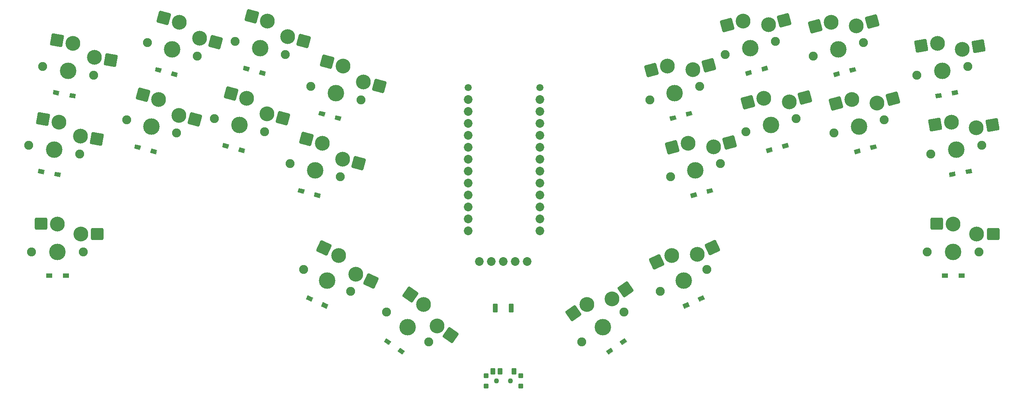
<source format=gbs>
G04 #@! TF.GenerationSoftware,KiCad,Pcbnew,7.0.1*
G04 #@! TF.CreationDate,2023-05-13T12:57:32+02:00*
G04 #@! TF.ProjectId,tutorial,7475746f-7269-4616-9c2e-6b696361645f,v1.0.0*
G04 #@! TF.SameCoordinates,Original*
G04 #@! TF.FileFunction,Soldermask,Bot*
G04 #@! TF.FilePolarity,Negative*
%FSLAX46Y46*%
G04 Gerber Fmt 4.6, Leading zero omitted, Abs format (unit mm)*
G04 Created by KiCad (PCBNEW 7.0.1) date 2023-05-13 12:57:32*
%MOMM*%
%LPD*%
G01*
G04 APERTURE LIST*
G04 Aperture macros list*
%AMRoundRect*
0 Rectangle with rounded corners*
0 $1 Rounding radius*
0 $2 $3 $4 $5 $6 $7 $8 $9 X,Y pos of 4 corners*
0 Add a 4 corners polygon primitive as box body*
4,1,4,$2,$3,$4,$5,$6,$7,$8,$9,$2,$3,0*
0 Add four circle primitives for the rounded corners*
1,1,$1+$1,$2,$3*
1,1,$1+$1,$4,$5*
1,1,$1+$1,$6,$7*
1,1,$1+$1,$8,$9*
0 Add four rect primitives between the rounded corners*
20,1,$1+$1,$2,$3,$4,$5,0*
20,1,$1+$1,$4,$5,$6,$7,0*
20,1,$1+$1,$6,$7,$8,$9,0*
20,1,$1+$1,$8,$9,$2,$3,0*%
G04 Aperture macros list end*
%ADD10C,0.100000*%
%ADD11C,1.900000*%
%ADD12C,3.150000*%
%ADD13C,3.500000*%
%ADD14RoundRect,0.300000X-0.506347X-1.339492X1.351584X-0.473124X0.506347X1.339492X-1.351584X0.473124X0*%
%ADD15RoundRect,0.300000X-1.248893X-0.700636X0.731255X-1.231215X1.248893X0.700636X-0.731255X1.231215X0*%
%ADD16C,1.497000*%
%ADD17RoundRect,0.300000X-0.731255X-1.231215X1.248893X-0.700636X0.731255X1.231215X-1.248893X0.700636X0*%
%ADD18RoundRect,0.300000X-0.835780X-1.162797X1.183076X-0.806818X0.835780X1.162797X-1.183076X0.806818X0*%
%ADD19RoundRect,0.300000X-1.025000X-1.000000X1.025000X-1.000000X1.025000X1.000000X-1.025000X1.000000X0*%
%ADD20RoundRect,0.300000X-1.183076X-0.806818X0.835780X-1.162797X1.183076X0.806818X-0.835780X1.162797X0*%
%ADD21RoundRect,0.300000X-0.266054X-1.407068X1.413207X-0.231236X0.266054X1.407068X-1.413207X0.231236X0*%
%ADD22C,1.852600*%
%ADD23RoundRect,0.300000X-1.351584X-0.473124X0.506347X-1.339492X1.351584X0.473124X-0.506347X1.339492X0*%
%ADD24RoundRect,0.300000X-1.413207X-0.231236X0.266054X-1.407068X1.413207X0.231236X-0.266054X1.407068X0*%
%ADD25C,1.100000*%
%ADD26RoundRect,0.050000X-0.450000X-0.450000X0.450000X-0.450000X0.450000X0.450000X-0.450000X0.450000X0*%
%ADD27RoundRect,0.050000X-0.450000X-0.625000X0.450000X-0.625000X0.450000X0.625000X-0.450000X0.625000X0*%
%ADD28RoundRect,0.050000X0.450000X0.850000X-0.450000X0.850000X-0.450000X-0.850000X0.450000X-0.850000X0*%
G04 APERTURE END LIST*
D10*
X242438701Y-100459085D02*
X241279590Y-100769668D01*
X241059594Y-99948631D01*
X242218705Y-99638048D01*
X242438701Y-100459085D01*
G36*
X242438701Y-100459085D02*
G01*
X241279590Y-100769668D01*
X241059594Y-99948631D01*
X242218705Y-99638048D01*
X242438701Y-100459085D01*
G37*
X245867738Y-99540277D02*
X244708627Y-99850860D01*
X244488631Y-99029823D01*
X245647742Y-98719240D01*
X245867738Y-99540277D01*
G36*
X245867738Y-99540277D02*
G01*
X244708627Y-99850860D01*
X244488631Y-99029823D01*
X245647742Y-98719240D01*
X245867738Y-99540277D01*
G37*
X300170293Y-134109001D02*
X298970293Y-134109001D01*
X298970293Y-133259001D01*
X300170293Y-133259001D01*
X300170293Y-134109001D01*
G36*
X300170293Y-134109001D02*
G01*
X298970293Y-134109001D01*
X298970293Y-133259001D01*
X300170293Y-133259001D01*
X300170293Y-134109001D01*
G37*
X303720293Y-134109001D02*
X302520293Y-134109001D01*
X302520293Y-133259001D01*
X303720293Y-133259001D01*
X303720293Y-134109001D01*
G36*
X303720293Y-134109001D02*
G01*
X302520293Y-134109001D01*
X302520293Y-133259001D01*
X303720293Y-133259001D01*
X303720293Y-134109001D01*
G37*
X151783797Y-89444872D02*
X151563801Y-90265909D01*
X150404690Y-89955326D01*
X150624686Y-89134289D01*
X151783797Y-89444872D01*
G36*
X151783797Y-89444872D02*
G01*
X151563801Y-90265909D01*
X150404690Y-89955326D01*
X150624686Y-89134289D01*
X151783797Y-89444872D01*
G37*
X155212834Y-90363680D02*
X154992838Y-91184717D01*
X153833727Y-90874134D01*
X154053723Y-90053097D01*
X155212834Y-90363680D01*
G36*
X155212834Y-90363680D02*
G01*
X154992838Y-91184717D01*
X153833727Y-90874134D01*
X154053723Y-90053097D01*
X155212834Y-90363680D01*
G37*
X147383906Y-105865587D02*
X147163910Y-106686624D01*
X146004799Y-106376041D01*
X146224795Y-105555004D01*
X147383906Y-105865587D01*
G36*
X147383906Y-105865587D02*
G01*
X147163910Y-106686624D01*
X146004799Y-106376041D01*
X146224795Y-105555004D01*
X147383906Y-105865587D01*
G37*
X150812943Y-106784395D02*
X150592947Y-107605432D01*
X149433836Y-107294849D01*
X149653832Y-106473812D01*
X150812943Y-106784395D01*
G36*
X150812943Y-106784395D02*
G01*
X150592947Y-107605432D01*
X149433836Y-107294849D01*
X149653832Y-106473812D01*
X150812943Y-106784395D01*
G37*
X298826146Y-95747179D02*
X297644377Y-95955557D01*
X297496776Y-95118470D01*
X298678545Y-94910092D01*
X298826146Y-95747179D01*
G36*
X298826146Y-95747179D02*
G01*
X297644377Y-95955557D01*
X297496776Y-95118470D01*
X298678545Y-94910092D01*
X298826146Y-95747179D01*
G37*
X302322214Y-95130728D02*
X301140445Y-95339106D01*
X300992844Y-94502019D01*
X302174613Y-94293641D01*
X302322214Y-95130728D01*
G36*
X302322214Y-95130728D02*
G01*
X301140445Y-95339106D01*
X300992844Y-94502019D01*
X302174613Y-94293641D01*
X302322214Y-95130728D01*
G37*
X133077173Y-89712316D02*
X132857177Y-90533353D01*
X131698066Y-90222770D01*
X131918062Y-89401733D01*
X133077173Y-89712316D01*
G36*
X133077173Y-89712316D02*
G01*
X132857177Y-90533353D01*
X131698066Y-90222770D01*
X131918062Y-89401733D01*
X133077173Y-89712316D01*
G37*
X136506210Y-90631124D02*
X136286214Y-91452161D01*
X135127103Y-91141578D01*
X135347099Y-90320541D01*
X136506210Y-90631124D01*
G36*
X136506210Y-90631124D02*
G01*
X136286214Y-91452161D01*
X135127103Y-91141578D01*
X135347099Y-90320541D01*
X136506210Y-90631124D01*
G37*
X245280937Y-140199180D02*
X244193368Y-140706322D01*
X243834142Y-139935961D01*
X244921712Y-139428819D01*
X245280937Y-140199180D01*
G36*
X245280937Y-140199180D02*
G01*
X244193368Y-140706322D01*
X243834142Y-139935961D01*
X244921712Y-139428819D01*
X245280937Y-140199180D01*
G37*
X248498330Y-138698885D02*
X247410760Y-139206027D01*
X247051535Y-138435666D01*
X248139104Y-137928524D01*
X248498330Y-138698885D01*
G36*
X248498330Y-138698885D02*
G01*
X247410760Y-139206027D01*
X247051535Y-138435666D01*
X248139104Y-137928524D01*
X248498330Y-138698885D01*
G37*
X128677252Y-106133071D02*
X128457256Y-106954108D01*
X127298145Y-106643525D01*
X127518141Y-105822488D01*
X128677252Y-106133071D01*
G36*
X128677252Y-106133071D02*
G01*
X128457256Y-106954108D01*
X127298145Y-106643525D01*
X127518141Y-105822488D01*
X128677252Y-106133071D01*
G37*
X132106289Y-107051879D02*
X131886293Y-107872916D01*
X130727182Y-107562333D01*
X130947178Y-106741296D01*
X132106289Y-107051879D01*
G36*
X132106289Y-107051879D02*
G01*
X131886293Y-107872916D01*
X130727182Y-107562333D01*
X130947178Y-106741296D01*
X132106289Y-107051879D01*
G37*
X167850482Y-99029822D02*
X167630486Y-99850859D01*
X166471375Y-99540276D01*
X166691371Y-98719239D01*
X167850482Y-99029822D01*
G36*
X167850482Y-99029822D02*
G01*
X167630486Y-99850859D01*
X166471375Y-99540276D01*
X166691371Y-98719239D01*
X167850482Y-99029822D01*
G37*
X171279519Y-99948630D02*
X171059523Y-100769667D01*
X169900412Y-100459084D01*
X170120408Y-99638047D01*
X171279519Y-99948630D01*
G36*
X171279519Y-99948630D02*
G01*
X171059523Y-100769667D01*
X169900412Y-100459084D01*
X170120408Y-99638047D01*
X171279519Y-99948630D01*
G37*
X301778159Y-112488899D02*
X300596390Y-112697277D01*
X300448789Y-111860190D01*
X301630558Y-111651812D01*
X301778159Y-112488899D01*
G36*
X301778159Y-112488899D02*
G01*
X300596390Y-112697277D01*
X300448789Y-111860190D01*
X301630558Y-111651812D01*
X301778159Y-112488899D01*
G37*
X305274227Y-111872448D02*
X304092458Y-112080826D01*
X303944857Y-111243739D01*
X305126626Y-111035361D01*
X305274227Y-111872448D01*
G36*
X305274227Y-111872448D02*
G01*
X304092458Y-112080826D01*
X303944857Y-111243739D01*
X305126626Y-111035361D01*
X305274227Y-111872448D01*
G37*
X258505383Y-90874123D02*
X257346272Y-91184706D01*
X257126276Y-90363669D01*
X258285387Y-90053086D01*
X258505383Y-90874123D01*
G36*
X258505383Y-90874123D02*
G01*
X257346272Y-91184706D01*
X257126276Y-90363669D01*
X258285387Y-90053086D01*
X258505383Y-90874123D01*
G37*
X261934420Y-89955315D02*
X260775309Y-90265898D01*
X260555313Y-89444861D01*
X261714424Y-89134278D01*
X261934420Y-89955315D01*
G36*
X261934420Y-89955315D02*
G01*
X260775309Y-90265898D01*
X260555313Y-89444861D01*
X261714424Y-89134278D01*
X261934420Y-89955315D01*
G37*
X229053435Y-149804837D02*
X228070453Y-150493129D01*
X227582913Y-149796849D01*
X228565895Y-149108558D01*
X229053435Y-149804837D01*
G36*
X229053435Y-149804837D02*
G01*
X228070453Y-150493129D01*
X227582913Y-149796849D01*
X228565895Y-149108558D01*
X229053435Y-149804837D01*
G37*
X231961425Y-147768641D02*
X230978443Y-148456932D01*
X230490903Y-147760653D01*
X231473885Y-147072361D01*
X231961425Y-147768641D01*
G36*
X231961425Y-147768641D02*
G01*
X230978443Y-148456932D01*
X230490903Y-147760653D01*
X231473885Y-147072361D01*
X231961425Y-147768641D01*
G37*
X246838613Y-116879822D02*
X245679502Y-117190405D01*
X245459506Y-116369368D01*
X246618617Y-116058785D01*
X246838613Y-116879822D01*
G36*
X246838613Y-116879822D02*
G01*
X245679502Y-117190405D01*
X245459506Y-116369368D01*
X246618617Y-116058785D01*
X246838613Y-116879822D01*
G37*
X250267650Y-115961014D02*
X249108539Y-116271597D01*
X248888543Y-115450560D01*
X250047654Y-115139977D01*
X250267650Y-115961014D01*
G36*
X250267650Y-115961014D02*
G01*
X249108539Y-116271597D01*
X248888543Y-115450560D01*
X250047654Y-115139977D01*
X250267650Y-115961014D01*
G37*
X281611965Y-107562332D02*
X280452854Y-107872915D01*
X280232858Y-107051878D01*
X281391969Y-106741295D01*
X281611965Y-107562332D01*
G36*
X281611965Y-107562332D02*
G01*
X280452854Y-107872915D01*
X280232858Y-107051878D01*
X281391969Y-106741295D01*
X281611965Y-107562332D01*
G37*
X285041002Y-106643524D02*
X283881891Y-106954107D01*
X283661895Y-106133070D01*
X284821006Y-105822487D01*
X285041002Y-106643524D01*
G36*
X285041002Y-106643524D02*
G01*
X283881891Y-106954107D01*
X283661895Y-106133070D01*
X284821006Y-105822487D01*
X285041002Y-106643524D01*
G37*
X262905312Y-107294856D02*
X261746201Y-107605439D01*
X261526205Y-106784402D01*
X262685316Y-106473819D01*
X262905312Y-107294856D01*
G36*
X262905312Y-107294856D02*
G01*
X261746201Y-107605439D01*
X261526205Y-106784402D01*
X262685316Y-106473819D01*
X262905312Y-107294856D01*
G37*
X266334349Y-106376048D02*
X265175238Y-106686631D01*
X264955242Y-105865594D01*
X266114353Y-105555011D01*
X266334349Y-106376048D01*
G36*
X266334349Y-106376048D02*
G01*
X265175238Y-106686631D01*
X264955242Y-105865594D01*
X266114353Y-105555011D01*
X266334349Y-106376048D01*
G37*
X163450574Y-115450574D02*
X163230578Y-116271611D01*
X162071467Y-115961028D01*
X162291463Y-115139991D01*
X163450574Y-115450574D01*
G36*
X163450574Y-115450574D02*
G01*
X163230578Y-116271611D01*
X162071467Y-115961028D01*
X162291463Y-115139991D01*
X163450574Y-115450574D01*
G37*
X166879611Y-116369382D02*
X166659615Y-117190419D01*
X165500504Y-116879836D01*
X165720500Y-116058799D01*
X166879611Y-116369382D01*
G36*
X166879611Y-116369382D02*
G01*
X166659615Y-117190419D01*
X165500504Y-116879836D01*
X165720500Y-116058799D01*
X166879611Y-116369382D01*
G37*
X181848212Y-147760649D02*
X181360672Y-148456928D01*
X180377690Y-147768637D01*
X180865230Y-147072357D01*
X181848212Y-147760649D01*
G36*
X181848212Y-147760649D02*
G01*
X181360672Y-148456928D01*
X180377690Y-147768637D01*
X180865230Y-147072357D01*
X181848212Y-147760649D01*
G37*
X184756202Y-149796845D02*
X184268662Y-150493125D01*
X183285680Y-149804833D01*
X183773220Y-149108554D01*
X184756202Y-149796845D01*
G36*
X184756202Y-149796845D02*
G01*
X184268662Y-150493125D01*
X183285680Y-149804833D01*
X183773220Y-149108554D01*
X184756202Y-149796845D01*
G37*
X165287596Y-138435691D02*
X164928371Y-139206052D01*
X163840801Y-138698910D01*
X164200027Y-137928549D01*
X165287596Y-138435691D01*
G36*
X165287596Y-138435691D02*
G01*
X164928371Y-139206052D01*
X163840801Y-138698910D01*
X164200027Y-137928549D01*
X165287596Y-138435691D01*
G37*
X168504989Y-139935986D02*
X168145763Y-140706347D01*
X167058194Y-140199205D01*
X167417419Y-139428844D01*
X168504989Y-139935986D01*
G36*
X168504989Y-139935986D02*
G01*
X168145763Y-140706347D01*
X167058194Y-140199205D01*
X167417419Y-139428844D01*
X168504989Y-139935986D01*
G37*
X108180490Y-111251440D02*
X108032889Y-112088527D01*
X106851120Y-111880149D01*
X106998721Y-111043062D01*
X108180490Y-111251440D01*
G36*
X108180490Y-111251440D02*
G01*
X108032889Y-112088527D01*
X106851120Y-111880149D01*
X106998721Y-111043062D01*
X108180490Y-111251440D01*
G37*
X111676558Y-111867891D02*
X111528957Y-112704978D01*
X110347188Y-112496600D01*
X110494789Y-111659513D01*
X111676558Y-111867891D01*
G36*
X111676558Y-111867891D02*
G01*
X111528957Y-112704978D01*
X110347188Y-112496600D01*
X110494789Y-111659513D01*
X111676558Y-111867891D01*
G37*
X277212021Y-91141587D02*
X276052910Y-91452170D01*
X275832914Y-90631133D01*
X276992025Y-90320550D01*
X277212021Y-91141587D01*
G36*
X277212021Y-91141587D02*
G01*
X276052910Y-91452170D01*
X275832914Y-90631133D01*
X276992025Y-90320550D01*
X277212021Y-91141587D01*
G37*
X280641058Y-90222779D02*
X279481947Y-90533362D01*
X279261951Y-89712325D01*
X280421062Y-89401742D01*
X280641058Y-90222779D01*
G36*
X280641058Y-90222779D02*
G01*
X279481947Y-90533362D01*
X279261951Y-89712325D01*
X280421062Y-89401742D01*
X280641058Y-90222779D01*
G37*
X111346284Y-94502008D02*
X111198683Y-95339095D01*
X110016914Y-95130717D01*
X110164515Y-94293630D01*
X111346284Y-94502008D01*
G36*
X111346284Y-94502008D02*
G01*
X111198683Y-95339095D01*
X110016914Y-95130717D01*
X110164515Y-94293630D01*
X111346284Y-94502008D01*
G37*
X114842352Y-95118459D02*
X114694751Y-95955546D01*
X113512982Y-95747168D01*
X113660583Y-94910081D01*
X114842352Y-95118459D01*
G36*
X114842352Y-95118459D02*
G01*
X114694751Y-95955546D01*
X113512982Y-95747168D01*
X113660583Y-94910081D01*
X114842352Y-95118459D01*
G37*
X109818846Y-134109014D02*
X108618846Y-134109014D01*
X108618846Y-133259014D01*
X109818846Y-133259014D01*
X109818846Y-134109014D01*
G36*
X109818846Y-134109014D02*
G01*
X108618846Y-134109014D01*
X108618846Y-133259014D01*
X109818846Y-133259014D01*
X109818846Y-134109014D01*
G37*
X113368846Y-134109014D02*
X112168846Y-134109014D01*
X112168846Y-133259014D01*
X113368846Y-133259014D01*
X113368846Y-134109014D01*
G36*
X113368846Y-134109014D02*
G01*
X112168846Y-134109014D01*
X112168846Y-133259014D01*
X113368846Y-133259014D01*
X113368846Y-134109014D01*
G37*
D11*
X239068461Y-137110300D03*
D12*
X241559706Y-129438684D03*
D13*
X244053154Y-134785900D03*
D12*
X246978744Y-129228839D03*
D11*
X249037847Y-132461500D03*
D14*
X238345367Y-130827217D03*
X250150821Y-127749675D03*
D11*
X160457061Y-109912053D03*
D12*
X167296685Y-105636596D03*
D13*
X165769653Y-111335558D03*
D12*
X171582795Y-108959135D03*
D11*
X171082245Y-112759063D03*
D15*
X163941827Y-104634136D03*
X174963535Y-109865002D03*
D16*
X198263838Y-93774010D03*
D11*
X276030230Y-103441577D03*
D12*
X279815790Y-96319110D03*
D13*
X281342822Y-102018072D03*
D12*
X285188939Y-97053459D03*
D11*
X286655414Y-100594567D03*
D17*
X276409167Y-97128384D03*
X288569679Y-96147592D03*
D11*
X293624816Y-91155608D03*
D12*
X298016735Y-84390177D03*
D13*
X299041259Y-90200543D03*
D12*
X303305435Y-85590033D03*
D11*
X304457702Y-89245478D03*
D18*
X294552543Y-84899465D03*
X306752262Y-84982264D03*
D11*
X252923676Y-86753371D03*
D12*
X256709236Y-79630904D03*
D13*
X258236268Y-85329866D03*
D12*
X262082385Y-80365253D03*
D11*
X263548860Y-83906361D03*
D17*
X253302613Y-80440178D03*
X265463125Y-79459386D03*
D11*
X296576855Y-107897337D03*
D12*
X300968774Y-101131906D03*
D13*
X301993298Y-106942272D03*
D12*
X306257474Y-102331762D03*
D11*
X307409741Y-105987207D03*
D18*
X297504582Y-101641194D03*
X309704301Y-101723993D03*
D11*
X105493837Y-128684014D03*
D12*
X110993837Y-122784014D03*
D13*
X110993837Y-128684014D03*
D12*
X115993837Y-124884014D03*
D11*
X116493837Y-128684014D03*
D19*
X107493837Y-122684014D03*
X119493837Y-124884014D03*
D11*
X130083638Y-84173847D03*
D12*
X136923262Y-79898390D03*
D13*
X135396230Y-85597352D03*
D12*
X141209372Y-83220929D03*
D11*
X140708822Y-87020857D03*
D15*
X133568404Y-78895930D03*
X144590112Y-84126796D03*
D11*
X257323580Y-103174119D03*
D12*
X261109140Y-96051652D03*
D13*
X262636172Y-101750614D03*
D12*
X266482289Y-96786001D03*
D11*
X267948764Y-100327109D03*
D17*
X257702517Y-96860926D03*
X269863029Y-95880134D03*
D11*
X104929415Y-105987208D03*
D12*
X111370382Y-101131907D03*
D13*
X110345858Y-106942273D03*
D12*
X115929760Y-104068244D03*
D11*
X115762301Y-107897338D03*
D20*
X107940920Y-100425658D03*
X119376587Y-104676013D03*
D11*
X271630286Y-87020846D03*
D12*
X275415846Y-79898379D03*
D13*
X276942878Y-85597341D03*
D12*
X280788995Y-80632728D03*
D11*
X282255470Y-84173836D03*
D17*
X272009223Y-80707653D03*
X284169735Y-79726861D03*
D11*
X236856968Y-96338334D03*
D12*
X240642528Y-89215867D03*
D13*
X242169560Y-94914829D03*
D12*
X246015677Y-89950216D03*
D11*
X247482152Y-93491324D03*
D17*
X237235905Y-90025141D03*
X249396417Y-89044349D03*
D11*
X222398959Y-147841658D03*
D12*
X223520194Y-139853991D03*
D13*
X226904295Y-144686988D03*
D12*
X228820465Y-138706328D03*
D11*
X231409631Y-141532318D03*
D21*
X220595804Y-141779593D03*
X231687497Y-136698811D03*
D11*
X295845293Y-128683999D03*
D12*
X301345293Y-122783999D03*
D13*
X301345293Y-128683999D03*
D12*
X306345293Y-124883999D03*
D11*
X306845293Y-128683999D03*
D19*
X297845293Y-122683999D03*
X309845293Y-124883999D03*
D22*
X200683845Y-130754008D03*
X203223845Y-130754008D03*
X205763845Y-130754008D03*
X208303845Y-130754008D03*
X210843845Y-130754008D03*
D11*
X144390363Y-100327105D03*
D12*
X151229987Y-96051648D03*
D13*
X149702955Y-101750610D03*
D12*
X155516097Y-99374187D03*
D11*
X155015547Y-103174115D03*
D15*
X147875129Y-95049188D03*
X158896837Y-100280054D03*
D11*
X241256903Y-112759066D03*
D12*
X245042463Y-105636599D03*
D13*
X246569495Y-111335561D03*
D12*
X250415612Y-106370948D03*
D11*
X251882087Y-109912056D03*
D17*
X241635840Y-106445873D03*
X253796352Y-105465081D03*
D16*
X213563855Y-93774009D03*
D11*
X148790284Y-83906350D03*
D12*
X155629908Y-79630893D03*
D13*
X154102876Y-85329855D03*
D12*
X159916018Y-82953432D03*
D11*
X159415468Y-86753360D03*
D15*
X152275050Y-78628433D03*
X163296758Y-83859299D03*
D11*
X107881444Y-89245475D03*
D12*
X114322411Y-84390174D03*
D13*
X113297887Y-90200540D03*
D12*
X118881789Y-87326511D03*
D11*
X118714330Y-91155605D03*
D20*
X110892949Y-83683925D03*
X122328616Y-87934280D03*
D11*
X163301289Y-132461486D03*
D12*
X170779430Y-129438670D03*
D13*
X168285982Y-134785886D03*
D12*
X174423470Y-133455008D03*
D11*
X173270675Y-137110286D03*
D23*
X167649614Y-127868875D03*
X177595548Y-134934172D03*
D11*
X125683735Y-100594582D03*
D12*
X132523359Y-96319125D03*
D13*
X130996327Y-102018087D03*
D12*
X136809469Y-99641664D03*
D11*
X136308919Y-103441592D03*
D15*
X129168501Y-95316665D03*
X140190209Y-100547531D03*
D11*
X180929497Y-141532311D03*
D12*
X188818934Y-139853984D03*
D13*
X185434833Y-144686981D03*
D12*
X191710184Y-144442085D03*
D11*
X189940169Y-147841651D03*
D24*
X186009259Y-137764551D03*
X194577216Y-146449603D03*
D11*
X164856968Y-93491336D03*
D12*
X171696592Y-89215879D03*
D13*
X170169560Y-94914841D03*
D12*
X175982702Y-92538418D03*
D11*
X175482152Y-96338346D03*
D15*
X168341734Y-88213419D03*
X179363442Y-93444285D03*
D22*
X213546825Y-96267992D03*
X213546825Y-98807992D03*
X213546825Y-101347992D03*
X213546825Y-103887992D03*
X213546825Y-106427992D03*
X213546825Y-108967992D03*
X213546825Y-111507992D03*
X213546825Y-114047992D03*
X213546825Y-116587992D03*
X213546825Y-119127992D03*
X213546825Y-121667992D03*
X213546825Y-124207992D03*
X198306825Y-124207992D03*
X198306825Y-121667992D03*
X198306825Y-119127992D03*
X198306825Y-116587992D03*
X198306825Y-114047992D03*
X198306825Y-111507992D03*
X198306825Y-108967992D03*
X198306825Y-106427992D03*
X198306825Y-103887992D03*
X198306825Y-101347992D03*
X198306825Y-98807992D03*
X198306825Y-96267992D03*
D25*
X204263854Y-156174010D03*
X207263854Y-156174010D03*
D26*
X202063854Y-155074010D03*
X202063854Y-157274010D03*
X209463854Y-155074010D03*
X209463854Y-157274010D03*
D27*
X208013854Y-154099010D03*
X205013854Y-154099010D03*
X203513854Y-154099010D03*
D28*
X207463845Y-140674023D03*
X204063845Y-140674023D03*
M02*

</source>
